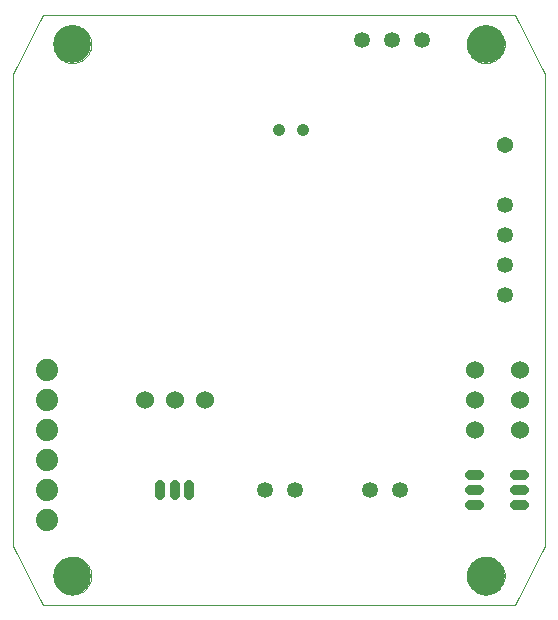
<source format=gbs>
G75*
%MOIN*%
%OFA0B0*%
%FSLAX24Y24*%
%IPPOS*%
%LPD*%
%AMOC8*
5,1,8,0,0,1.08239X$1,22.5*
%
%ADD10C,0.0000*%
%ADD11C,0.1260*%
%ADD12C,0.0540*%
%ADD13C,0.0531*%
%ADD14C,0.0600*%
%ADD15C,0.0317*%
%ADD16C,0.0413*%
%ADD17C,0.0740*%
D10*
X001699Y000307D02*
X000714Y002276D01*
X000714Y018024D01*
X001699Y019993D01*
X017447Y019993D01*
X018431Y018024D01*
X018431Y002276D01*
X017447Y000307D01*
X001699Y000307D01*
X002053Y001292D02*
X002055Y001342D01*
X002061Y001392D01*
X002071Y001441D01*
X002085Y001489D01*
X002102Y001536D01*
X002123Y001581D01*
X002148Y001625D01*
X002176Y001666D01*
X002208Y001705D01*
X002242Y001742D01*
X002279Y001776D01*
X002319Y001806D01*
X002361Y001833D01*
X002405Y001857D01*
X002451Y001878D01*
X002498Y001894D01*
X002546Y001907D01*
X002596Y001916D01*
X002645Y001921D01*
X002696Y001922D01*
X002746Y001919D01*
X002795Y001912D01*
X002844Y001901D01*
X002892Y001886D01*
X002938Y001868D01*
X002983Y001846D01*
X003026Y001820D01*
X003067Y001791D01*
X003106Y001759D01*
X003142Y001724D01*
X003174Y001686D01*
X003204Y001646D01*
X003231Y001603D01*
X003254Y001559D01*
X003273Y001513D01*
X003289Y001465D01*
X003301Y001416D01*
X003309Y001367D01*
X003313Y001317D01*
X003313Y001267D01*
X003309Y001217D01*
X003301Y001168D01*
X003289Y001119D01*
X003273Y001071D01*
X003254Y001025D01*
X003231Y000981D01*
X003204Y000938D01*
X003174Y000898D01*
X003142Y000860D01*
X003106Y000825D01*
X003067Y000793D01*
X003026Y000764D01*
X002983Y000738D01*
X002938Y000716D01*
X002892Y000698D01*
X002844Y000683D01*
X002795Y000672D01*
X002746Y000665D01*
X002696Y000662D01*
X002645Y000663D01*
X002596Y000668D01*
X002546Y000677D01*
X002498Y000690D01*
X002451Y000706D01*
X002405Y000727D01*
X002361Y000751D01*
X002319Y000778D01*
X002279Y000808D01*
X002242Y000842D01*
X002208Y000879D01*
X002176Y000918D01*
X002148Y000959D01*
X002123Y001003D01*
X002102Y001048D01*
X002085Y001095D01*
X002071Y001143D01*
X002061Y001192D01*
X002055Y001242D01*
X002053Y001292D01*
X015832Y001292D02*
X015834Y001342D01*
X015840Y001392D01*
X015850Y001441D01*
X015864Y001489D01*
X015881Y001536D01*
X015902Y001581D01*
X015927Y001625D01*
X015955Y001666D01*
X015987Y001705D01*
X016021Y001742D01*
X016058Y001776D01*
X016098Y001806D01*
X016140Y001833D01*
X016184Y001857D01*
X016230Y001878D01*
X016277Y001894D01*
X016325Y001907D01*
X016375Y001916D01*
X016424Y001921D01*
X016475Y001922D01*
X016525Y001919D01*
X016574Y001912D01*
X016623Y001901D01*
X016671Y001886D01*
X016717Y001868D01*
X016762Y001846D01*
X016805Y001820D01*
X016846Y001791D01*
X016885Y001759D01*
X016921Y001724D01*
X016953Y001686D01*
X016983Y001646D01*
X017010Y001603D01*
X017033Y001559D01*
X017052Y001513D01*
X017068Y001465D01*
X017080Y001416D01*
X017088Y001367D01*
X017092Y001317D01*
X017092Y001267D01*
X017088Y001217D01*
X017080Y001168D01*
X017068Y001119D01*
X017052Y001071D01*
X017033Y001025D01*
X017010Y000981D01*
X016983Y000938D01*
X016953Y000898D01*
X016921Y000860D01*
X016885Y000825D01*
X016846Y000793D01*
X016805Y000764D01*
X016762Y000738D01*
X016717Y000716D01*
X016671Y000698D01*
X016623Y000683D01*
X016574Y000672D01*
X016525Y000665D01*
X016475Y000662D01*
X016424Y000663D01*
X016375Y000668D01*
X016325Y000677D01*
X016277Y000690D01*
X016230Y000706D01*
X016184Y000727D01*
X016140Y000751D01*
X016098Y000778D01*
X016058Y000808D01*
X016021Y000842D01*
X015987Y000879D01*
X015955Y000918D01*
X015927Y000959D01*
X015902Y001003D01*
X015881Y001048D01*
X015864Y001095D01*
X015850Y001143D01*
X015840Y001192D01*
X015834Y001242D01*
X015832Y001292D01*
X015832Y019008D02*
X015834Y019058D01*
X015840Y019108D01*
X015850Y019157D01*
X015864Y019205D01*
X015881Y019252D01*
X015902Y019297D01*
X015927Y019341D01*
X015955Y019382D01*
X015987Y019421D01*
X016021Y019458D01*
X016058Y019492D01*
X016098Y019522D01*
X016140Y019549D01*
X016184Y019573D01*
X016230Y019594D01*
X016277Y019610D01*
X016325Y019623D01*
X016375Y019632D01*
X016424Y019637D01*
X016475Y019638D01*
X016525Y019635D01*
X016574Y019628D01*
X016623Y019617D01*
X016671Y019602D01*
X016717Y019584D01*
X016762Y019562D01*
X016805Y019536D01*
X016846Y019507D01*
X016885Y019475D01*
X016921Y019440D01*
X016953Y019402D01*
X016983Y019362D01*
X017010Y019319D01*
X017033Y019275D01*
X017052Y019229D01*
X017068Y019181D01*
X017080Y019132D01*
X017088Y019083D01*
X017092Y019033D01*
X017092Y018983D01*
X017088Y018933D01*
X017080Y018884D01*
X017068Y018835D01*
X017052Y018787D01*
X017033Y018741D01*
X017010Y018697D01*
X016983Y018654D01*
X016953Y018614D01*
X016921Y018576D01*
X016885Y018541D01*
X016846Y018509D01*
X016805Y018480D01*
X016762Y018454D01*
X016717Y018432D01*
X016671Y018414D01*
X016623Y018399D01*
X016574Y018388D01*
X016525Y018381D01*
X016475Y018378D01*
X016424Y018379D01*
X016375Y018384D01*
X016325Y018393D01*
X016277Y018406D01*
X016230Y018422D01*
X016184Y018443D01*
X016140Y018467D01*
X016098Y018494D01*
X016058Y018524D01*
X016021Y018558D01*
X015987Y018595D01*
X015955Y018634D01*
X015927Y018675D01*
X015902Y018719D01*
X015881Y018764D01*
X015864Y018811D01*
X015850Y018859D01*
X015840Y018908D01*
X015834Y018958D01*
X015832Y019008D01*
X002053Y019008D02*
X002055Y019058D01*
X002061Y019108D01*
X002071Y019157D01*
X002085Y019205D01*
X002102Y019252D01*
X002123Y019297D01*
X002148Y019341D01*
X002176Y019382D01*
X002208Y019421D01*
X002242Y019458D01*
X002279Y019492D01*
X002319Y019522D01*
X002361Y019549D01*
X002405Y019573D01*
X002451Y019594D01*
X002498Y019610D01*
X002546Y019623D01*
X002596Y019632D01*
X002645Y019637D01*
X002696Y019638D01*
X002746Y019635D01*
X002795Y019628D01*
X002844Y019617D01*
X002892Y019602D01*
X002938Y019584D01*
X002983Y019562D01*
X003026Y019536D01*
X003067Y019507D01*
X003106Y019475D01*
X003142Y019440D01*
X003174Y019402D01*
X003204Y019362D01*
X003231Y019319D01*
X003254Y019275D01*
X003273Y019229D01*
X003289Y019181D01*
X003301Y019132D01*
X003309Y019083D01*
X003313Y019033D01*
X003313Y018983D01*
X003309Y018933D01*
X003301Y018884D01*
X003289Y018835D01*
X003273Y018787D01*
X003254Y018741D01*
X003231Y018697D01*
X003204Y018654D01*
X003174Y018614D01*
X003142Y018576D01*
X003106Y018541D01*
X003067Y018509D01*
X003026Y018480D01*
X002983Y018454D01*
X002938Y018432D01*
X002892Y018414D01*
X002844Y018399D01*
X002795Y018388D01*
X002746Y018381D01*
X002696Y018378D01*
X002645Y018379D01*
X002596Y018384D01*
X002546Y018393D01*
X002498Y018406D01*
X002451Y018422D01*
X002405Y018443D01*
X002361Y018467D01*
X002319Y018494D01*
X002279Y018524D01*
X002242Y018558D01*
X002208Y018595D01*
X002176Y018634D01*
X002148Y018675D01*
X002123Y018719D01*
X002102Y018764D01*
X002085Y018811D01*
X002071Y018859D01*
X002061Y018908D01*
X002055Y018958D01*
X002053Y019008D01*
D11*
X002683Y019008D03*
X016462Y019008D03*
X016462Y001292D03*
X002683Y001292D03*
D12*
X017088Y015650D03*
D13*
X017088Y013650D03*
X017088Y012650D03*
X017088Y011650D03*
X017088Y010650D03*
X013588Y004150D03*
X012588Y004150D03*
X010088Y004150D03*
X009088Y004150D03*
X012338Y019150D03*
X013338Y019150D03*
X014338Y019150D03*
D14*
X016088Y008150D03*
X016088Y007150D03*
X016088Y006150D03*
X017588Y006150D03*
X017588Y007150D03*
X017588Y008150D03*
X007088Y007150D03*
X006088Y007150D03*
X005088Y007150D03*
D15*
X005588Y004308D02*
X005588Y003992D01*
X006088Y003992D02*
X006088Y004308D01*
X006581Y004308D02*
X006581Y003992D01*
X015930Y004150D02*
X016247Y004150D01*
X016247Y004642D02*
X015930Y004642D01*
X015930Y003650D02*
X016247Y003650D01*
X017430Y003650D02*
X017747Y003650D01*
X017747Y004150D02*
X017430Y004150D01*
X017430Y004642D02*
X017747Y004642D01*
D16*
X010357Y016150D03*
X009570Y016150D03*
D17*
X001838Y008150D03*
X001838Y007150D03*
X001838Y006150D03*
X001838Y005150D03*
X001838Y004150D03*
X001838Y003150D03*
M02*

</source>
